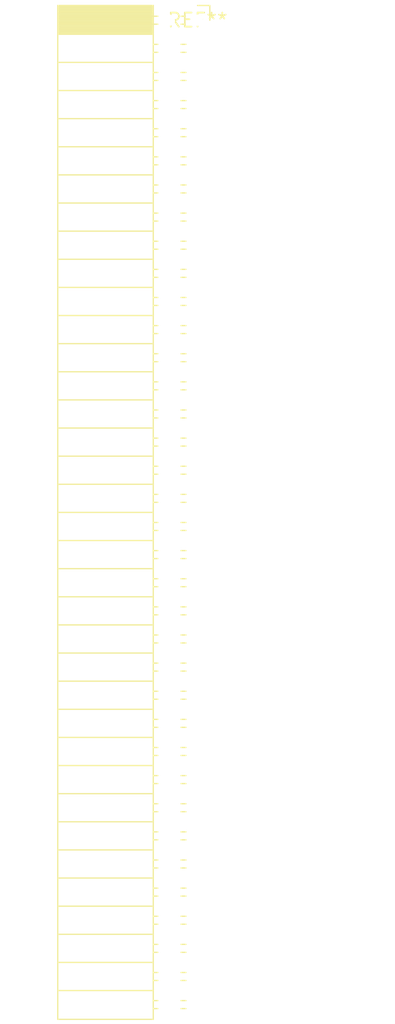
<source format=kicad_pcb>
(kicad_pcb (version 20240108) (generator pcbnew)
  (layers (0 "F.Cu" signal) (31 "B.Cu" signal) (34 "B.Paste" user) (35 "F.Paste" user) (36 "B.SilkS" user "B.Silkscreen") (37 "F.SilkS" user "F.Silkscreen") (38 "B.Mask" user) (39 "F.Mask" user) (44 "Edge.Cuts" user))
  (net 0 "")
  (footprint "PinSocket_2x36_P2.54mm_Horizontal" (layer "F.Cu") (at 0 0)
    (property "Reference" "REF**")
    (property "Value" "PinSocket_2x36_P2.54mm_Horizontal")
    (fp_line (start -12.63 -1.33) (end -12.63 90.23) (layer "F.SilkS") (stroke (width 0.12)))
    (fp_line (start -12.63 -1.33) (end -4 -1.33) (layer "F.SilkS") (stroke (width 0.12)))
    (fp_line (start -12.63 -1.21) (end -4 -1.21) (layer "F.SilkS") (stroke (width 0.12)))
    (fp_line (start -12.63 -1.091905) (end -4 -1.091905) (layer "F.SilkS") (stroke (width 0.12)))
    (fp_line (start -12.63 -0.97381) (end -4 -0.97381) (layer "F.SilkS") (stroke (width 0.12)))
    (fp_line (start -12.63 -0.855715) (end -4 -0.855715) (layer "F.SilkS") (stroke (width 0.12)))
    (fp_line (start -12.63 -0.73762) (end -4 -0.73762) (layer "F.SilkS") (stroke (width 0.12)))
    (fp_line (start -12.63 -0.619525) (end -4 -0.619525) (layer "F.SilkS") (stroke (width 0.12)))
    (fp_line (start -12.63 -0.50143) (end -4 -0.50143) (layer "F.SilkS") (stroke (width 0.12)))
    (fp_line (start -12.63 -0.383335) (end -4 -0.383335) (layer "F.SilkS") (stroke (width 0.12)))
    (fp_line (start -12.63 -0.26524) (end -4 -0.26524) (layer "F.SilkS") (stroke (width 0.12)))
    (fp_line (start -12.63 -0.147145) (end -4 -0.147145) (layer "F.SilkS") (stroke (width 0.12)))
    (fp_line (start -12.63 -0.02905) (end -4 -0.02905) (layer "F.SilkS") (stroke (width 0.12)))
    (fp_line (start -12.63 0.089045) (end -4 0.089045) (layer "F.SilkS") (stroke (width 0.12)))
    (fp_line (start -12.63 0.20714) (end -4 0.20714) (layer "F.SilkS") (stroke (width 0.12)))
    (fp_line (start -12.63 0.325235) (end -4 0.325235) (layer "F.SilkS") (stroke (width 0.12)))
    (fp_line (start -12.63 0.44333) (end -4 0.44333) (layer "F.SilkS") (stroke (width 0.12)))
    (fp_line (start -12.63 0.561425) (end -4 0.561425) (layer "F.SilkS") (stroke (width 0.12)))
    (fp_line (start -12.63 0.67952) (end -4 0.67952) (layer "F.SilkS") (stroke (width 0.12)))
    (fp_line (start -12.63 0.797615) (end -4 0.797615) (layer "F.SilkS") (stroke (width 0.12)))
    (fp_line (start -12.63 0.91571) (end -4 0.91571) (layer "F.SilkS") (stroke (width 0.12)))
    (fp_line (start -12.63 1.033805) (end -4 1.033805) (layer "F.SilkS") (stroke (width 0.12)))
    (fp_line (start -12.63 1.1519) (end -4 1.1519) (layer "F.SilkS") (stroke (width 0.12)))
    (fp_line (start -12.63 1.27) (end -4 1.27) (layer "F.SilkS") (stroke (width 0.12)))
    (fp_line (start -12.63 3.81) (end -4 3.81) (layer "F.SilkS") (stroke (width 0.12)))
    (fp_line (start -12.63 6.35) (end -4 6.35) (layer "F.SilkS") (stroke (width 0.12)))
    (fp_line (start -12.63 8.89) (end -4 8.89) (layer "F.SilkS") (stroke (width 0.12)))
    (fp_line (start -12.63 11.43) (end -4 11.43) (layer "F.SilkS") (stroke (width 0.12)))
    (fp_line (start -12.63 13.97) (end -4 13.97) (layer "F.SilkS") (stroke (width 0.12)))
    (fp_line (start -12.63 16.51) (end -4 16.51) (layer "F.SilkS") (stroke (width 0.12)))
    (fp_line (start -12.63 19.05) (end -4 19.05) (layer "F.SilkS") (stroke (width 0.12)))
    (fp_line (start -12.63 21.59) (end -4 21.59) (layer "F.SilkS") (stroke (width 0.12)))
    (fp_line (start -12.63 24.13) (end -4 24.13) (layer "F.SilkS") (stroke (width 0.12)))
    (fp_line (start -12.63 26.67) (end -4 26.67) (layer "F.SilkS") (stroke (width 0.12)))
    (fp_line (start -12.63 29.21) (end -4 29.21) (layer "F.SilkS") (stroke (width 0.12)))
    (fp_line (start -12.63 31.75) (end -4 31.75) (layer "F.SilkS") (stroke (width 0.12)))
    (fp_line (start -12.63 34.29) (end -4 34.29) (layer "F.SilkS") (stroke (width 0.12)))
    (fp_line (start -12.63 36.83) (end -4 36.83) (layer "F.SilkS") (stroke (width 0.12)))
    (fp_line (start -12.63 39.37) (end -4 39.37) (layer "F.SilkS") (stroke (width 0.12)))
    (fp_line (start -12.63 41.91) (end -4 41.91) (layer "F.SilkS") (stroke (width 0.12)))
    (fp_line (start -12.63 44.45) (end -4 44.45) (layer "F.SilkS") (stroke (width 0.12)))
    (fp_line (start -12.63 46.99) (end -4 46.99) (layer "F.SilkS") (stroke (width 0.12)))
    (fp_line (start -12.63 49.53) (end -4 49.53) (layer "F.SilkS") (stroke (width 0.12)))
    (fp_line (start -12.63 52.07) (end -4 52.07) (layer "F.SilkS") (stroke (width 0.12)))
    (fp_line (start -12.63 54.61) (end -4 54.61) (layer "F.SilkS") (stroke (width 0.12)))
    (fp_line (start -12.63 57.15) (end -4 57.15) (layer "F.SilkS") (stroke (width 0.12)))
    (fp_line (start -12.63 59.69) (end -4 59.69) (layer "F.SilkS") (stroke (width 0.12)))
    (fp_line (start -12.63 62.23) (end -4 62.23) (layer "F.SilkS") (stroke (width 0.12)))
    (fp_line (start -12.63 64.77) (end -4 64.77) (layer "F.SilkS") (stroke (width 0.12)))
    (fp_line (start -12.63 67.31) (end -4 67.31) (layer "F.SilkS") (stroke (width 0.12)))
    (fp_line (start -12.63 69.85) (end -4 69.85) (layer "F.SilkS") (stroke (width 0.12)))
    (fp_line (start -12.63 72.39) (end -4 72.39) (layer "F.SilkS") (stroke (width 0.12)))
    (fp_line (start -12.63 74.93) (end -4 74.93) (layer "F.SilkS") (stroke (width 0.12)))
    (fp_line (start -12.63 77.47) (end -4 77.47) (layer "F.SilkS") (stroke (width 0.12)))
    (fp_line (start -12.63 80.01) (end -4 80.01) (layer "F.SilkS") (stroke (width 0.12)))
    (fp_line (start -12.63 82.55) (end -4 82.55) (layer "F.SilkS") (stroke (width 0.12)))
    (fp_line (start -12.63 85.09) (end -4 85.09) (layer "F.SilkS") (stroke (width 0.12)))
    (fp_line (start -12.63 87.63) (end -4 87.63) (layer "F.SilkS") (stroke (width 0.12)))
    (fp_line (start -12.63 90.23) (end -4 90.23) (layer "F.SilkS") (stroke (width 0.12)))
    (fp_line (start -4 -1.33) (end -4 90.23) (layer "F.SilkS") (stroke (width 0.12)))
    (fp_line (start -4 -0.36) (end -3.59 -0.36) (layer "F.SilkS") (stroke (width 0.12)))
    (fp_line (start -4 0.36) (end -3.59 0.36) (layer "F.SilkS") (stroke (width 0.12)))
    (fp_line (start -4 2.18) (end -3.59 2.18) (layer "F.SilkS") (stroke (width 0.12)))
    (fp_line (start -4 2.9) (end -3.59 2.9) (layer "F.SilkS") (stroke (width 0.12)))
    (fp_line (start -4 4.72) (end -3.59 4.72) (layer "F.SilkS") (stroke (width 0.12)))
    (fp_line (start -4 5.44) (end -3.59 5.44) (layer "F.SilkS") (stroke (width 0.12)))
    (fp_line (start -4 7.26) (end -3.59 7.26) (layer "F.SilkS") (stroke (width 0.12)))
    (fp_line (start -4 7.98) (end -3.59 7.98) (layer "F.SilkS") (stroke (width 0.12)))
    (fp_line (start -4 9.8) (end -3.59 9.8) (layer "F.SilkS") (stroke (width 0.12)))
    (fp_line (start -4 10.52) (end -3.59 10.52) (layer "F.SilkS") (stroke (width 0.12)))
    (fp_line (start -4 12.34) (end -3.59 12.34) (layer "F.SilkS") (stroke (width 0.12)))
    (fp_line (start -4 13.06) (end -3.59 13.06) (layer "F.SilkS") (stroke (width 0.12)))
    (fp_line (start -4 14.88) (end -3.59 14.88) (layer "F.SilkS") (stroke (width 0.12)))
    (fp_line (start -4 15.6) (end -3.59 15.6) (layer "F.SilkS") (stroke (width 0.12)))
    (fp_line (start -4 17.42) (end -3.59 17.42) (layer "F.SilkS") (stroke (width 0.12)))
    (fp_line (start -4 18.14) (end -3.59 18.14) (layer "F.SilkS") (stroke (width 0.12)))
    (fp_line (start -4 19.96) (end -3.59 19.96) (layer "F.SilkS") (stroke (width 0.12)))
    (fp_line (start -4 20.68) (end -3.59 20.68) (layer "F.SilkS") (stroke (width 0.12)))
    (fp_line (start -4 22.5) (end -3.59 22.5) (layer "F.SilkS") (stroke (width 0.12)))
    (fp_line (start -4 23.22) (end -3.59 23.22) (layer "F.SilkS") (stroke (width 0.12)))
    (fp_line (start -4 25.04) (end -3.59 25.04) (layer "F.SilkS") (stroke (width 0.12)))
    (fp_line (start -4 25.76) (end -3.59 25.76) (layer "F.SilkS") (stroke (width 0.12)))
    (fp_line (start -4 27.58) (end -3.59 27.58) (layer "F.SilkS") (stroke (width 0.12)))
    (fp_line (start -4 28.3) (end -3.59 28.3) (layer "F.SilkS") (stroke (width 0.12)))
    (fp_line (start -4 30.12) (end -3.59 30.12) (layer "F.SilkS") (stroke (width 0.12)))
    (fp_line (start -4 30.84) (end -3.59 30.84) (layer "F.SilkS") (stroke (width 0.12)))
    (fp_line (start -4 32.66) (end -3.59 32.66) (layer "F.SilkS") (stroke (width 0.12)))
    (fp_line (start -4 33.38) (end -3.59 33.38) (layer "F.SilkS") (stroke (width 0.12)))
    (fp_line (start -4 35.2) (end -3.59 35.2) (layer "F.SilkS") (stroke (width 0.12)))
    (fp_line (start -4 35.92) (end -3.59 35.92) (layer "F.SilkS") (stroke (width 0.12)))
    (fp_line (start -4 37.74) (end -3.59 37.74) (layer "F.SilkS") (stroke (width 0.12)))
    (fp_line (start -4 38.46) (end -3.59 38.46) (layer "F.SilkS") (stroke (width 0.12)))
    (fp_line (start -4 40.28) (end -3.59 40.28) (layer "F.SilkS") (stroke (width 0.12)))
    (fp_line (start -4 41) (end -3.59 41) (layer "F.SilkS") (stroke (width 0.12)))
    (fp_line (start -4 42.82) (end -3.59 42.82) (layer "F.SilkS") (stroke (width 0.12)))
    (fp_line (start -4 43.54) (end -3.59 43.54) (layer "F.SilkS") (stroke (width 0.12)))
    (fp_line (start -4 45.36) (end -3.59 45.36) (layer "F.SilkS") (stroke (width 0.12)))
    (fp_line (start -4 46.08) (end -3.59 46.08) (layer "F.SilkS") (stroke (width 0.12)))
    (fp_line (start -4 47.9) (end -3.59 47.9) (layer "F.SilkS") (stroke (width 0.12)))
    (fp_line (start -4 48.62) (end -3.59 48.62) (layer "F.SilkS") (stroke (width 0.12)))
    (fp_line (start -4 50.44) (end -3.59 50.44) (layer "F.SilkS") (stroke (width 0.12)))
    (fp_line (start -4 51.16) (end -3.59 51.16) (layer "F.SilkS") (stroke (width 0.12)))
    (fp_line (start -4 52.98) (end -3.59 52.98) (layer "F.SilkS") (stroke (width 0.12)))
    (fp_line (start -4 53.7) (end -3.59 53.7) (layer "F.SilkS") (stroke (width 0.12)))
    (fp_line (start -4 55.52) (end -3.59 55.52) (layer "F.SilkS") (stroke (width 0.12)))
    (fp_line (start -4 56.24) (end -3.59 56.24) (layer "F.SilkS") (stroke (width 0.12)))
    (fp_line (start -4 58.06) (end -3.59 58.06) (layer "F.SilkS") (stroke (width 0.12)))
    (fp_line (start -4 58.78) (end -3.59 58.78) (layer "F.SilkS") (stroke (width 0.12)))
    (fp_line (start -4 60.6) (end -3.59 60.6) (layer "F.SilkS") (stroke (width 0.12)))
    (fp_line (start -4 61.32) (end -3.59 61.32) (layer "F.SilkS") (stroke (width 0.12)))
    (fp_line (start -4 63.14) (end -3.59 63.14) (layer "F.SilkS") (stroke (width 0.12)))
    (fp_line (start -4 63.86) (end -3.59 63.86) (layer "F.SilkS") (stroke (width 0.12)))
    (fp_line (start -4 65.68) (end -3.59 65.68) (layer "F.SilkS") (stroke (width 0.12)))
    (fp_line (start -4 66.4) (end -3.59 66.4) (layer "F.SilkS") (stroke (width 0.12)))
    (fp_line (start -4 68.22) (end -3.59 68.22) (layer "F.SilkS") (stroke (width 0.12)))
    (fp_line (start -4 68.94) (end -3.59 68.94) (layer "F.SilkS") (stroke (width 0.12)))
    (fp_line (start -4 70.76) (end -3.59 70.76) (layer "F.SilkS") (stroke (width 0.12)))
    (fp_line (start -4 71.48) (end -3.59 71.48) (layer "F.SilkS") (stroke (width 0.12)))
    (fp_line (start -4 73.3) (end -3.59 73.3) (layer "F.SilkS") (stroke (width 0.12)))
    (fp_line (start -4 74.02) (end -3.59 74.02) (layer "F.SilkS") (stroke (width 0.12)))
    (fp_line (start -4 75.84) (end -3.59 75.84) (layer "F.SilkS") (stroke (width 0.12)))
    (fp_line (start -4 76.56) (end -3.59 76.56) (layer "F.SilkS") (stroke (width 0.12)))
    (fp_line (start -4 78.38) (end -3.59 78.38) (layer "F.SilkS") (stroke (width 0.12)))
    (fp_line (start -4 79.1) (end -3.59 79.1) (layer "F.SilkS") (stroke (width 0.12)))
    (fp_line (start -4 80.92) (end -3.59 80.92) (layer "F.SilkS") (stroke (width 0.12)))
    (fp_line (start -4 81.64) (end -3.59 81.64) (layer "F.SilkS") (stroke (width 0.12)))
    (fp_line (start -4 83.46) (end -3.59 83.46) (layer "F.SilkS") (stroke (width 0.12)))
    (fp_line (start -4 84.18) (end -3.59 84.18) (layer "F.SilkS") (stroke (width 0.12)))
    (fp_line (start -4 86) (end -3.59 86) (layer "F.SilkS") (stroke (width 0.12)))
    (fp_line (start -4 86.72) (end -3.59 86.72) (layer "F.SilkS") (stroke (width 0.12)))
    (fp_line (start -4 88.54) (end -3.59 88.54) (layer "F.SilkS") (stroke (width 0.12)))
    (fp_line (start -4 89.26) (end -3.59 89.26) (layer "F.SilkS") (stroke (width 0.12)))
    (fp_line (start -1.49 -0.36) (end -1.11 -0.36) (layer "F.SilkS") (stroke (width 0.12)))
    (fp_line (start -1.49 0.36) (end -1.11 0.36) (layer "F.SilkS") (stroke (width 0.12)))
    (fp_line (start -1.49 2.18) (end -1.05 2.18) (layer "F.SilkS") (stroke (width 0.12)))
    (fp_line (start -1.49 2.9) (end -1.05 2.9) (layer "F.SilkS") (stroke (width 0.12)))
    (fp_line (start -1.49 4.72) (end -1.05 4.72) (layer "F.SilkS") (stroke (width 0.12)))
    (fp_line (start -1.49 5.44) (end -1.05 5.44) (layer "F.SilkS") (stroke (width 0.12)))
    (fp_line (start -1.49 7.26) (end -1.05 7.26) (layer "F.SilkS") (stroke (width 0.12)))
    (fp_line (start -1.49 7.98) (end -1.05 7.98) (layer "F.SilkS") (stroke (width 0.12)))
    (fp_line (start -1.49 9.8) (end -1.05 9.8) (layer "F.SilkS") (stroke (width 0.12)))
    (fp_line (start -1.49 10.52) (end -1.05 10.52) (layer "F.SilkS") (stroke (width 0.12)))
    (fp_line (start -1.49 12.34) (end -1.05 12.34) (layer "F.SilkS") (stroke (width 0.12)))
    (fp_line (start -1.49 13.06) (end -1.05 13.06) (layer "F.SilkS") (stroke (width 0.12)))
    (fp_line (start -1.49 14.88) (end -1.05 14.88) (layer "F.SilkS") (stroke (width 0.12)))
    (fp_line (start -1.49 15.6) (end -1.05 15.6) (layer "F.SilkS") (stroke (width 0.12)))
    (fp_line (start -1.49 17.42) (end -1.05 17.42) (layer "F.SilkS") (stroke (width 0.12)))
    (fp_line (start -1.49 18.14) (end -1.05 18.14) (layer "F.SilkS") (stroke (width 0.12)))
    (fp_line (start -1.49 19.96) (end -1.05 19.96) (layer "F.SilkS") (stroke (width 0.12)))
    (fp_line (start -1.49 20.68) (end -1.05 20.68) (layer "F.SilkS") (stroke (width 0.12)))
    (fp_line (start -1.49 22.5) (end -1.05 22.5) (layer "F.SilkS") (stroke (width 0.12)))
    (fp_line (start -1.49 23.22) (end -1.05 23.22) (layer "F.SilkS") (stroke (width 0.12)))
    (fp_line (start -1.49 25.04) (end -1.05 25.04) (layer "F.SilkS") (stroke (width 0.12)))
    (fp_line (start -1.49 25.76) (end -1.05 25.76) (layer "F.SilkS") (stroke (width 0.12)))
    (fp_line (start -1.49 27.58) (end -1.05 27.58) (layer "F.SilkS") (stroke (width 0.12)))
    (fp_line (start -1.49 28.3) (end -1.05 28.3) (layer "F.SilkS") (stroke (width 0.12)))
    (fp_line (start -1.49 30.12) (end -1.05 30.12) (layer "F.SilkS") (stroke (width 0.12)))
    (fp_line (start -1.49 30.84) (end -1.05 30.84) (layer "F.SilkS") (stroke (width 0.12)))
    (fp_line (start -1.49 32.66) (end -1.05 32.66) (layer "F.SilkS") (stroke (width 0.12)))
    (fp_line (start -1.49 33.38) (end -1.05 33.38) (layer "F.SilkS") (stroke (width 0.12)))
    (fp_line (start -1.49 35.2) (end -1.05 35.2) (layer "F.SilkS") (stroke (width 0.12)))
    (fp_line (start -1.49 35.92) (end -1.05 35.92) (layer "F.SilkS") (stroke (width 0.12)))
    (fp_line (start -1.49 37.74) (end -1.05 37.74) (layer "F.SilkS") (stroke (width 0.12)))
    (fp_line (start -1.49 38.46) (end -1.05 38.46) (layer "F.SilkS") (stroke (width 0.12)))
    (fp_line (start -1.49 40.28) (end -1.05 40.28) (layer "F.SilkS") (stroke (width 0.12)))
    (fp_line (start -1.49 41) (end -1.05 41) (layer "F.SilkS") (stroke (width 0.12)))
    (fp_line (start -1.49 42.82) (end -1.05 42.82) (layer "F.SilkS") (stroke (width 0.12)))
    (fp_line (start -1.49 43.54) (end -1.05 43.54) (layer "F.SilkS") (stroke (width 0.12)))
    (fp_line (start -1.49 45.36) (end -1.05 45.36) (layer "F.SilkS") (stroke (width 0.12)))
    (fp_line (start -1.49 46.08) (end -1.05 46.08) (layer "F.SilkS") (stroke (width 0.12)))
    (fp_line (start -1.49 47.9) (end -1.05 47.9) (layer "F.SilkS") (stroke (width 0.12)))
    (fp_line (start -1.49 48.62) (end -1.05 48.62) (layer "F.SilkS") (stroke (width 0.12)))
    (fp_line (start -1.49 50.44) (end -1.05 50.44) (layer "F.SilkS") (stroke (width 0.12)))
    (fp_line (start -1.49 51.16) (end -1.05 51.16) (layer "F.SilkS") (stroke (width 0.12)))
    (fp_line (start -1.49 52.98) (end -1.05 52.98) (layer "F.SilkS") (stroke (width 0.12)))
    (fp_line (start -1.49 53.7) (end -1.05 53.7) (layer "F.SilkS") (stroke (width 0.12)))
    (fp_line (start -1.49 55.52) (end -1.05 55.52) (layer "F.SilkS") (stroke (width 0.12)))
    (fp_line (start -1.49 56.24) (end -1.05 56.24) (layer "F.SilkS") (stroke (width 0.12)))
    (fp_line (start -1.49 58.06) (end -1.05 58.06) (layer "F.SilkS") (stroke (width 0.12)))
    (fp_line (start -1.49 58.78) (end -1.05 58.78) (layer "F.SilkS") (stroke (width 0.12)))
    (fp_line (start -1.49 60.6) (end -1.05 60.6) (layer "F.SilkS") (stroke (width 0.12)))
    (fp_line (start -1.49 61.32) (end -1.05 61.32) (layer "F.SilkS") (stroke (width 0.12)))
    (fp_line (start -1.49 63.14) (end -1.05 63.14) (layer "F.SilkS") (stroke (width 0.12)))
    (fp_line (start -1.49 63.86) (end -1.05 63.86) (layer "F.SilkS") (stroke (width 0.12)))
    (fp_line (start -1.49 65.68) (end -1.05 65.68) (layer "F.SilkS") (stroke (width 0.12)))
    (fp_line (start -1.49 66.4) (end -1.05 66.4) (layer "F.SilkS") (stroke (width 0.12)))
    (fp_line (start -1.49 68.22) (end -1.05 68.22) (layer "F.SilkS") (stroke (width 0.12)))
    (fp_line (start -1.49 68.94) (end -1.05 68.94) (layer "F.SilkS") (stroke (width 0.12)))
    (fp_line (start -1.49 70.76) (end -1.05 70.76) (layer "F.SilkS") (stroke (width 0.12)))
    (fp_line (start -1.49 71.48) (end -1.05 71.48) (layer "F.SilkS") (stroke (width 0.12)))
    (fp_line (start -1.49 73.3) (end -1.05 73.3) (layer "F.SilkS") (stroke (width 0.12)))
    (fp_line (start -1.49 74.02) (end -1.05 74.02) (layer "F.SilkS") (stroke (width 0.12)))
    (fp_line (start -1.49 75.84) (end -1.05 75.84) (layer "F.SilkS") (stroke (width 0.12)))
    (fp_line (start -1.49 76.56) (end -1.05 76.56) (layer "F.SilkS") (stroke (width 0.12)))
    (fp_line (start -1.49 78.38) (end -1.05 78.38) (layer "F.SilkS") (stroke (width 0.12)))
    (fp_line (start -1.49 79.1) (end -1.05 79.1) (layer "F.SilkS") (stroke (width 0.12)))
    (fp_line (start -1.49 80.92) (end -1.05 80.92) (layer "F.SilkS") (stroke (width 0.12)))
    (fp_line (start -1.49 81.64) (end -1.05 81.64) (layer "F.SilkS") (stroke (width 0.12)))
    (fp_line (start -1.49 83.46) (end -1.05 83.46) (layer "F.SilkS") (stroke (width 0.12)))
    (fp_line (start -1.49 84.18) (end -1.05 84.18) (layer "F.SilkS") (stroke (width 0.12)))
    (fp_line (start -1.49 86) (end -1.05 86) (layer "F.SilkS") (stroke (width 0.12)))
    (fp_line (start -1.49 86.72) (end -1.05 86.72) (layer "F.SilkS") (stroke (width 0.12)))
    (fp_line (start -1.49 88.54) (end -1.05 88.54) (layer "F.SilkS") (stroke (width 0.12)))
    (fp_line (start -1.49 89.26) (end -1.05 89.26) (layer "F.SilkS") (stroke (width 0.12)))
    (fp_line (start 0 -1.33) (end 1.11 -1.33) (layer "F.SilkS") (stroke (width 0.12)))
    (fp_line (start 1.11 -1.33) (end 1.11 0) (layer "F.SilkS") (stroke (width 0.12)))
    (pad "1" thru_hole rect (at 0 0) (size 1.7 1.7) (drill 1) (layers *.Cu *.Mask) (remove_unused_layers))
    (pad "2" thru_hole oval (at -2.54 0) (size 1.7 1.7) (drill 1) (layers *.Cu *.Mask) (remove_unused_layers))
    (pad "3" thru_hole oval (at 0 2.54) (size 1.7 1.7) (drill 1) (layers *.Cu *.Mask) (remove_unused_layers))
    (pad "4" thru_hole oval (at -2.54 2.54) (size 1.7 1.7) (drill 1) (layers *.Cu *.Mask) (remove_unused_layers))
    (pad "5" thru_hole oval (at 0 5.08) (size 1.7 1.7) (drill 1) (layers *.Cu *.Mask) (remove_unused_layers))
    (pad "6" thru_hole oval (at -2.54 5.08) (size 1.7 1.7) (drill 1) (layers *.Cu *.Mask) (remove_unused_layers))
    (pad "7" thru_hole oval (at 0 7.62) (size 1.7 1.7) (drill 1) (layers *.Cu *.Mask) (remove_unused_layers))
    (pad "8" thru_hole oval (at -2.54 7.62) (size 1.7 1.7) (drill 1) (layers *.Cu *.Mask) (remove_unused_layers))
    (pad "9" thru_hole oval (at 0 10.16) (size 1.7 1.7) (drill 1) (layers *.Cu *.Mask) (remove_unused_layers))
    (pad "10" thru_hole oval (at -2.54 10.16) (size 1.7 1.7) (drill 1) (layers *.Cu *.Mask) (remove_unused_layers))
    (pad "11" thru_hole oval (at 0 12.7) (size 1.7 1.7) (drill 1) (layers *.Cu *.Mask) (remove_unused_layers))
    (pad "12" thru_hole oval (at -2.54 12.7) (size 1.7 1.7) (drill 1) (layers *.Cu *.Mask) (remove_unused_layers))
    (pad "13" thru_hole oval (at 0 15.24) (size 1.7 1.7) (drill 1) (layers *.Cu *.Mask) (remove_unused_layers))
    (pad "14" thru_hole oval (at -2.54 15.24) (size 1.7 1.7) (drill 1) (layers *.Cu *.Mask) (remove_unused_layers))
    (pad "15" thru_hole oval (at 0 17.78) (size 1.7 1.7) (drill 1) (layers *.Cu *.Mask) (remove_unused_layers))
    (pad "16" thru_hole oval (at -2.54 17.78) (size 1.7 1.7) (drill 1) (layers *.Cu *.Mask) (remove_unused_layers))
    (pad "17" thru_hole oval (at 0 20.32) (size 1.7 1.7) (drill 1) (layers *.Cu *.Mask) (remove_unused_layers))
    (pad "18" thru_hole oval (at -2.54 20.32) (size 1.7 1.7) (drill 1) (layers *.Cu *.Mask) (remove_unused_layers))
    (pad "19" thru_hole oval (at 0 22.86) (size 1.7 1.7) (drill 1) (layers *.Cu *.Mask) (remove_unused_layers))
    (pad "20" thru_hole oval (at -2.54 22.86) (size 1.7 1.7) (drill 1) (layers *.Cu *.Mask) (remove_unused_layers))
    (pad "21" thru_hole oval (at 0 25.4) (size 1.7 1.7) (drill 1) (layers *.Cu *.Mask) (remove_unused_layers))
    (pad "22" thru_hole oval (at -2.54 25.4) (size 1.7 1.7) (drill 1) (layers *.Cu *.Mask) (remove_unused_layers))
    (pad "23" thru_hole oval (at 0 27.94) (size 1.7 1.7) (drill 1) (layers *.Cu *.Mask) (remove_unused_layers))
    (pad "24" thru_hole oval (at -2.54 27.94) (size 1.7 1.7) (drill 1) (layers *.Cu *.Mask) (remove_unused_layers))
    (pad "25" thru_hole oval (at 0 30.48) (size 1.7 1.7) (drill 1) (layers *.Cu *.Mask) (remove_unused_layers))
    (pad "26" thru_hole oval (at -2.54 30.48) (size 1.7 1.7) (drill 1) (layers *.Cu *.Mask) (remove_unused_layers))
    (pad "27" thru_hole oval (at 0 33.02) (size 1.7 1.7) (drill 1) (layers *.Cu *.Mask) (remove_unused_layers))
    (pad "28" thru_hole oval (at -2.54 33.02) (size 1.7 1.7) (drill 1) (layers *.Cu *.Mask) (remove_unused_layers))
    (pad "29" thru_hole oval (at 0 35.56) (size 1.7 1.7) (drill 1) (layers *.Cu *.Mask) (remove_unused_layers))
    (pad "30" thru_hole oval (at -2.54 35.56) (size 1.7 1.7) (drill 1) (layers *.Cu *.Mask) (remove_unused_layers))
    (pad "31" thru_hole oval (at 0 38.1) (size 1.7 1.7) (drill 1) (layers *.Cu *.Mask) (remove_unused_layers))
    (pad "32" thru_hole oval (at -2.54 38.1) (size 1.7 1.7) (drill 1) (layers *.Cu *.Mask) (remove_unused_layers))
    (pad "33" thru_hole oval (at 0 40.64) (size 1.7 1.7) (drill 1) (layers *.Cu *.Mask) (remove_unused_layers))
    (pad "34" thru_hole oval (at -2.54 40.64) (size 1.7 1.7) (drill 1) (layers *.Cu *.Mask) (remove_unused_layers))
    (pad "35" thru_hole oval (at 0 43.18) (size 1.7 1.7) (drill 1) (layers *.Cu *.Mask) (remove_unused_layers))
    (pad "36" thru_hole oval (at -2.54 43.18) (size 1.7 1.7) (drill 1) (layers *.Cu *.Mask) (remove_unused_layers))
    (pad "37" thru_hole oval (at 0 45.72) (size 1.7 1.7) (drill 1) (layers *.Cu *.Mask) (remove_unused_layers))
    (pad "38" thru_hole oval (at -2.54 45.72) (size 1.7 1.7) (drill 1) (layers *.Cu *.Mask) (remove_unused_layers))
    (pad "39" thru_hole oval (at 0 48.26) (size 1.7 1.7) (drill 1) (layers *.Cu *.Mask) (remove_unused_layers))
    (pad "40" thru_hole oval (at -2.54 48.26) (size 1.7 1.7) (drill 1) (layers *.Cu *.Mask) (remove_unused_layers))
    (pad "41" thru_hole oval (at 0 50.8) (size 1.7 1.7) (drill 1) (layers *.Cu *.Mask) (remove_unused_layers))
    (pad "42" thru_hole oval (at -2.54 50.8) (size 1.7 1.7) (drill 1) (layers *.Cu *.Mask) (remove_unused_layers))
    (pad "43" thru_hole oval (at 0 53.34) (size 1.7 1.7) (drill 1) (layers *.Cu *.Mask) (remove_unused_layers))
    (pad "44" thru_hole oval (at -2.54 53.34) (size 1.7 1.7) (drill 1) (layers *.Cu *.Mask) (remove_unused_layers))
    (pad "45" thru_hole oval (at 0 55.88) (size 1.7 1.7) (drill 1) (layers *.Cu *.Mask) (remove_unused_layers))
    (pad "46" thru_hole oval (at -2.54 55.88) (size 1.7 1.7) (drill 1) (layers *.Cu *.Mask) (remove_unused_layers))
    (pad "47" thru_hole oval (at 0 58.42) (size 1.7 1.7) (drill 1) (layers *.Cu *.Mask) (remove_unused_layers))
    (pad "48" thru_hole oval (at -2.54 58.42) (size 1.7 1.7) (drill 1) (layers *.Cu *.Mask) (remove_unused_layers))
    (pad "49" thru_hole oval (at 0 60.96) (size 1.7 1.7) (drill 1) (layers *.Cu *.Mask) (remove_unused_layers))
    (pad "50" thru_hole oval (at -2.54 60.96) (size 1.7 1.7) (drill 1) (layers *.Cu *.Mask) (remove_unused_layers))
    (pad "51" thru_hole oval (at 0 63.5) (size 1.7 1.7) (drill 1) (layers *.Cu *.Mask) (remove_unused_layers))
    (pad "52" thru_hole oval (at -2.54 63.5) (size 1.7 1.7) (drill 1) (layers *.Cu *.Mask) (remove_unused_layers))
    (pad "53" thru_hole oval (at 0 66.04) (size 1.7 1.7) (drill 1) (layers *.Cu *.Mask) (remove_unused_layers))
    (pad "54" thru_hole oval (at -2.54 66.04) (size 1.7 1.7) (drill 1) (layers *.Cu *.Mask) (remove_unused_layers))
    (pad "55" thru_hole oval (at 0 68.58) (size 1.7 1.7) (drill 1) (layers *.Cu *.Mask) (remove_unused_layers))
    (pad "56" thru_hole oval (at -2.54 68.58) (size 1.7 1.7) (drill 1) (layers *.Cu *.Mask) (remove_unused_layers))
    (pad "57" thru_hole oval (at 0 71.12) (size 1.7 1.7) (drill 1) (layers *.Cu *.Mask) (remove_unused_layers))
    (pad "58" thru_hole oval (at -2.54 71.12) (size 1.7 1.7) (drill 1) (layers *.Cu *.Mask) (remove_unused_layers))
    (pad "59" thru_hole oval (at 0 73.66) (size 1.7 1.7) (drill 1) (layers *.Cu *.Mask) (remove_unused_layers))
    (pad "60" thru_hole oval (at -2.54 73.66) (size 1.7 1.7) (drill 1) (layers *.Cu *.Mask) (remove_unused_layers))
    (pad "61" thru_hole oval (at 0 76.2) (size 1.7 1.7) (drill 1) (layers *.Cu *.Mask) (remove_unused_layers))
    (pad "62" thru_hole oval (at -2.54 76.2) (size 1.7 1.7) (drill 1) (layers *.Cu *.Mask) (remove_unused_layers))
    (pad "63" thru_hole oval (at 0 78.74) (size 1.7 1.7) (drill 1) (layers *.Cu *.Mask) (remove_unused_layers))
    (pad "64" thru_hole oval (at -2.54 78.74) (size 1.7 1.7) (drill 1) (layers *.Cu *.Mask) (remove_unused_layers))
    (pad "65" thru_hole oval (at 0 81.28) (size 1.7 1.7) (drill 1) (layers *.Cu *.Mask) (remove_unused_layers))
    (pad "66" thru_hole oval (at -2.54 81.28) (size 1.7 1.7) (drill 1) (layers *.Cu *.Mask) (remove_unused_layers))
    (pad "67" thru_hole oval (at 0 83.82) (size 1.7 1.7) (drill 1) (layers *.Cu *.Mask) (remove_unused_layers))
    (pad "68" thru_hole oval (at -2.54 83.82) (size 1.7 1.7) (drill 1) (layers *.Cu *.Mask) (remove_unused_layers))
    (pad "69" thru_hole oval (at 0 86.36) (size 1.7 1.7) (drill 1) (layers *.Cu *.Mask) (remove_unused_layers))
    (pad "70" thru_hole oval (at -2.54 86.36) (size 1.7 1.7) (drill 1) (layers *.Cu *.Mask) (remove_unused_layers))
    (pad "71" thru_hole oval (at 0 88.9) (size 1.7 1.7) (drill 1) (layers *.Cu *.Mask) (remove_unused_layers))
    (pad "72" thru_hole oval (at -2.54 88.9) (size 1.7 1.7) (drill 1) (layers *.Cu *.Mask) (remove_unused_layers))
  )
)
</source>
